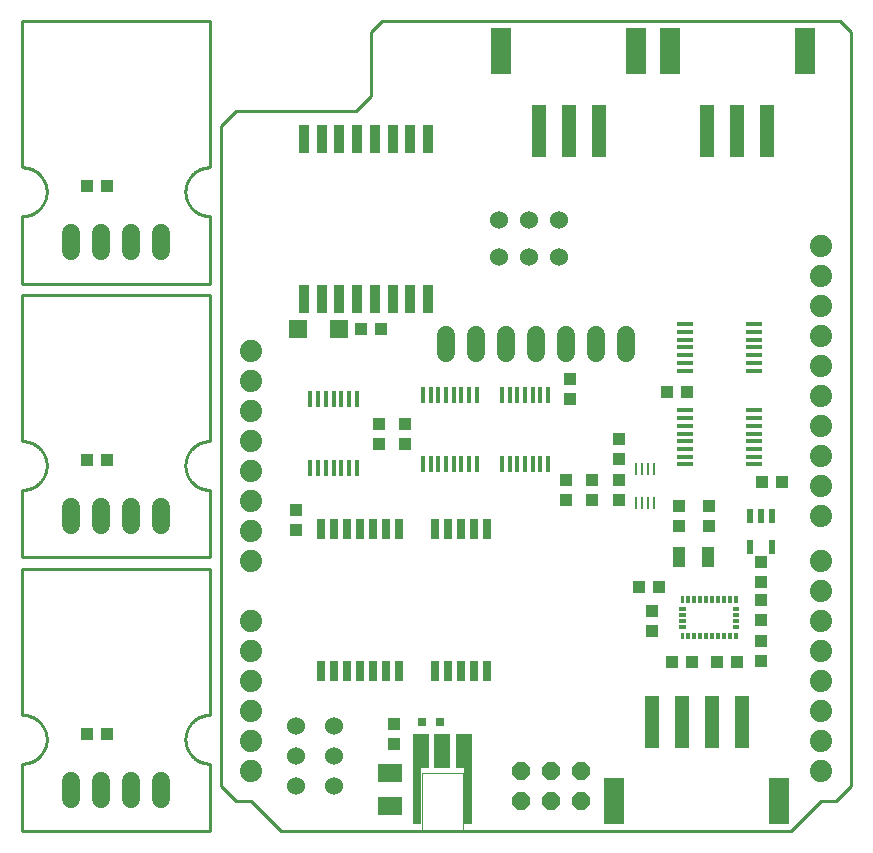
<source format=gts>
G75*
%MOIN*%
%OFA0B0*%
%FSLAX25Y25*%
%IPPOS*%
%LPD*%
%AMOC8*
5,1,8,0,0,1.08239X$1,22.5*
%
%ADD10C,0.01000*%
%ADD11R,0.03937X0.04331*%
%ADD12R,0.05906X0.05906*%
%ADD13R,0.04331X0.03937*%
%ADD14R,0.03937X0.07087*%
%ADD15C,0.00236*%
%ADD16OC8,0.06000*%
%ADD17C,0.06000*%
%ADD18R,0.02165X0.04724*%
%ADD19R,0.03150X0.07087*%
%ADD20R,0.07874X0.06299*%
%ADD21R,0.03150X0.03150*%
%ADD22C,0.07400*%
%ADD23R,0.05800X0.01400*%
%ADD24C,0.00000*%
%ADD25R,0.05512X0.11713*%
%ADD26R,0.05748X0.11713*%
%ADD27R,0.02992X0.18504*%
%ADD28R,0.03543X0.09449*%
%ADD29R,0.07087X0.15354*%
%ADD30R,0.05118X0.17717*%
%ADD31R,0.01000X0.04200*%
%ADD32R,0.01400X0.05800*%
%ADD33C,0.06000*%
D10*
X0001500Y0005344D02*
X0001500Y0027844D01*
X0001698Y0027846D01*
X0001896Y0027854D01*
X0002093Y0027866D01*
X0002290Y0027883D01*
X0002487Y0027904D01*
X0002683Y0027931D01*
X0002878Y0027962D01*
X0003073Y0027998D01*
X0003267Y0028038D01*
X0003459Y0028084D01*
X0003651Y0028134D01*
X0003841Y0028188D01*
X0004030Y0028248D01*
X0004217Y0028312D01*
X0004403Y0028380D01*
X0004586Y0028453D01*
X0004769Y0028530D01*
X0004949Y0028612D01*
X0005127Y0028698D01*
X0005303Y0028789D01*
X0005477Y0028884D01*
X0005648Y0028983D01*
X0005817Y0029086D01*
X0005983Y0029193D01*
X0006147Y0029304D01*
X0006308Y0029419D01*
X0006466Y0029538D01*
X0006621Y0029661D01*
X0006773Y0029787D01*
X0006922Y0029918D01*
X0007068Y0030052D01*
X0007210Y0030189D01*
X0007349Y0030330D01*
X0007485Y0030474D01*
X0007617Y0030621D01*
X0007745Y0030772D01*
X0007870Y0030925D01*
X0007991Y0031082D01*
X0008108Y0031241D01*
X0008221Y0031404D01*
X0008330Y0031569D01*
X0008435Y0031736D01*
X0008536Y0031907D01*
X0008633Y0032079D01*
X0008726Y0032254D01*
X0008814Y0032431D01*
X0008898Y0032610D01*
X0008978Y0032791D01*
X0009053Y0032974D01*
X0009124Y0033159D01*
X0009190Y0033346D01*
X0009251Y0033534D01*
X0009308Y0033723D01*
X0009361Y0033914D01*
X0009409Y0034106D01*
X0009452Y0034299D01*
X0009490Y0034493D01*
X0009523Y0034688D01*
X0009552Y0034884D01*
X0009576Y0035080D01*
X0009596Y0035277D01*
X0009610Y0035475D01*
X0009620Y0035672D01*
X0009624Y0035870D01*
X0009624Y0036068D01*
X0009620Y0036266D01*
X0009610Y0036463D01*
X0009596Y0036661D01*
X0009576Y0036858D01*
X0009552Y0037054D01*
X0009523Y0037250D01*
X0009490Y0037445D01*
X0009452Y0037639D01*
X0009409Y0037832D01*
X0009361Y0038024D01*
X0009308Y0038215D01*
X0009251Y0038404D01*
X0009190Y0038592D01*
X0009124Y0038779D01*
X0009053Y0038964D01*
X0008978Y0039147D01*
X0008898Y0039328D01*
X0008814Y0039507D01*
X0008726Y0039684D01*
X0008633Y0039859D01*
X0008536Y0040032D01*
X0008435Y0040202D01*
X0008330Y0040369D01*
X0008221Y0040534D01*
X0008108Y0040697D01*
X0007991Y0040856D01*
X0007870Y0041013D01*
X0007745Y0041166D01*
X0007617Y0041317D01*
X0007485Y0041464D01*
X0007349Y0041608D01*
X0007210Y0041749D01*
X0007068Y0041886D01*
X0006922Y0042020D01*
X0006773Y0042151D01*
X0006621Y0042277D01*
X0006466Y0042400D01*
X0006308Y0042519D01*
X0006147Y0042634D01*
X0005983Y0042745D01*
X0005817Y0042852D01*
X0005648Y0042955D01*
X0005477Y0043054D01*
X0005303Y0043149D01*
X0005127Y0043240D01*
X0004949Y0043326D01*
X0004769Y0043408D01*
X0004586Y0043485D01*
X0004403Y0043558D01*
X0004217Y0043626D01*
X0004030Y0043690D01*
X0003841Y0043750D01*
X0003651Y0043804D01*
X0003459Y0043854D01*
X0003267Y0043900D01*
X0003073Y0043940D01*
X0002878Y0043976D01*
X0002683Y0044007D01*
X0002487Y0044034D01*
X0002290Y0044055D01*
X0002093Y0044072D01*
X0001896Y0044084D01*
X0001698Y0044092D01*
X0001500Y0044094D01*
X0001500Y0092844D01*
X0064000Y0092844D01*
X0064000Y0044094D01*
X0063802Y0044092D01*
X0063604Y0044084D01*
X0063407Y0044072D01*
X0063210Y0044055D01*
X0063013Y0044034D01*
X0062817Y0044007D01*
X0062622Y0043976D01*
X0062427Y0043940D01*
X0062233Y0043900D01*
X0062041Y0043854D01*
X0061849Y0043804D01*
X0061659Y0043750D01*
X0061470Y0043690D01*
X0061283Y0043626D01*
X0061097Y0043558D01*
X0060914Y0043485D01*
X0060731Y0043408D01*
X0060551Y0043326D01*
X0060373Y0043240D01*
X0060197Y0043149D01*
X0060023Y0043054D01*
X0059852Y0042955D01*
X0059683Y0042852D01*
X0059517Y0042745D01*
X0059353Y0042634D01*
X0059192Y0042519D01*
X0059034Y0042400D01*
X0058879Y0042277D01*
X0058727Y0042151D01*
X0058578Y0042020D01*
X0058432Y0041886D01*
X0058290Y0041749D01*
X0058151Y0041608D01*
X0058015Y0041464D01*
X0057883Y0041317D01*
X0057755Y0041166D01*
X0057630Y0041013D01*
X0057509Y0040856D01*
X0057392Y0040697D01*
X0057279Y0040534D01*
X0057170Y0040369D01*
X0057065Y0040202D01*
X0056964Y0040031D01*
X0056867Y0039859D01*
X0056774Y0039684D01*
X0056686Y0039507D01*
X0056602Y0039328D01*
X0056522Y0039147D01*
X0056447Y0038964D01*
X0056376Y0038779D01*
X0056310Y0038592D01*
X0056249Y0038404D01*
X0056192Y0038215D01*
X0056139Y0038024D01*
X0056091Y0037832D01*
X0056048Y0037639D01*
X0056010Y0037445D01*
X0055977Y0037250D01*
X0055948Y0037054D01*
X0055924Y0036858D01*
X0055904Y0036661D01*
X0055890Y0036463D01*
X0055880Y0036266D01*
X0055876Y0036068D01*
X0055876Y0035870D01*
X0055880Y0035672D01*
X0055890Y0035475D01*
X0055904Y0035277D01*
X0055924Y0035080D01*
X0055948Y0034884D01*
X0055977Y0034688D01*
X0056010Y0034493D01*
X0056048Y0034299D01*
X0056091Y0034106D01*
X0056139Y0033914D01*
X0056192Y0033723D01*
X0056249Y0033534D01*
X0056310Y0033346D01*
X0056376Y0033159D01*
X0056447Y0032974D01*
X0056522Y0032791D01*
X0056602Y0032610D01*
X0056686Y0032431D01*
X0056774Y0032254D01*
X0056867Y0032079D01*
X0056964Y0031906D01*
X0057065Y0031736D01*
X0057170Y0031569D01*
X0057279Y0031404D01*
X0057392Y0031241D01*
X0057509Y0031082D01*
X0057630Y0030925D01*
X0057755Y0030772D01*
X0057883Y0030621D01*
X0058015Y0030474D01*
X0058151Y0030330D01*
X0058290Y0030189D01*
X0058432Y0030052D01*
X0058578Y0029918D01*
X0058727Y0029787D01*
X0058879Y0029661D01*
X0059034Y0029538D01*
X0059192Y0029419D01*
X0059353Y0029304D01*
X0059517Y0029193D01*
X0059683Y0029086D01*
X0059852Y0028983D01*
X0060023Y0028884D01*
X0060197Y0028789D01*
X0060373Y0028698D01*
X0060551Y0028612D01*
X0060731Y0028530D01*
X0060914Y0028453D01*
X0061097Y0028380D01*
X0061283Y0028312D01*
X0061470Y0028248D01*
X0061659Y0028188D01*
X0061849Y0028134D01*
X0062041Y0028084D01*
X0062233Y0028038D01*
X0062427Y0027998D01*
X0062622Y0027962D01*
X0062817Y0027931D01*
X0063013Y0027904D01*
X0063210Y0027883D01*
X0063407Y0027866D01*
X0063604Y0027854D01*
X0063802Y0027846D01*
X0064000Y0027844D01*
X0064000Y0005344D01*
X0001500Y0005344D01*
X0067750Y0020344D02*
X0072750Y0015344D01*
X0077750Y0015344D01*
X0087750Y0005344D01*
X0257750Y0005344D01*
X0267750Y0015344D01*
X0272750Y0015344D01*
X0277750Y0020344D01*
X0277750Y0271594D01*
X0274000Y0275344D01*
X0121500Y0275344D01*
X0117750Y0271594D01*
X0117750Y0250344D01*
X0112750Y0245344D01*
X0072750Y0245344D01*
X0067750Y0240344D01*
X0067750Y0020344D01*
X0064000Y0096594D02*
X0001500Y0096594D01*
X0001500Y0119094D01*
X0001698Y0119096D01*
X0001896Y0119104D01*
X0002093Y0119116D01*
X0002290Y0119133D01*
X0002487Y0119154D01*
X0002683Y0119181D01*
X0002878Y0119212D01*
X0003073Y0119248D01*
X0003267Y0119288D01*
X0003459Y0119334D01*
X0003651Y0119384D01*
X0003841Y0119438D01*
X0004030Y0119498D01*
X0004217Y0119562D01*
X0004403Y0119630D01*
X0004586Y0119703D01*
X0004769Y0119780D01*
X0004949Y0119862D01*
X0005127Y0119948D01*
X0005303Y0120039D01*
X0005477Y0120134D01*
X0005648Y0120233D01*
X0005817Y0120336D01*
X0005983Y0120443D01*
X0006147Y0120554D01*
X0006308Y0120669D01*
X0006466Y0120788D01*
X0006621Y0120911D01*
X0006773Y0121037D01*
X0006922Y0121168D01*
X0007068Y0121302D01*
X0007210Y0121439D01*
X0007349Y0121580D01*
X0007485Y0121724D01*
X0007617Y0121871D01*
X0007745Y0122022D01*
X0007870Y0122175D01*
X0007991Y0122332D01*
X0008108Y0122491D01*
X0008221Y0122654D01*
X0008330Y0122819D01*
X0008435Y0122986D01*
X0008536Y0123157D01*
X0008633Y0123329D01*
X0008726Y0123504D01*
X0008814Y0123681D01*
X0008898Y0123860D01*
X0008978Y0124041D01*
X0009053Y0124224D01*
X0009124Y0124409D01*
X0009190Y0124596D01*
X0009251Y0124784D01*
X0009308Y0124973D01*
X0009361Y0125164D01*
X0009409Y0125356D01*
X0009452Y0125549D01*
X0009490Y0125743D01*
X0009523Y0125938D01*
X0009552Y0126134D01*
X0009576Y0126330D01*
X0009596Y0126527D01*
X0009610Y0126725D01*
X0009620Y0126922D01*
X0009624Y0127120D01*
X0009624Y0127318D01*
X0009620Y0127516D01*
X0009610Y0127713D01*
X0009596Y0127911D01*
X0009576Y0128108D01*
X0009552Y0128304D01*
X0009523Y0128500D01*
X0009490Y0128695D01*
X0009452Y0128889D01*
X0009409Y0129082D01*
X0009361Y0129274D01*
X0009308Y0129465D01*
X0009251Y0129654D01*
X0009190Y0129842D01*
X0009124Y0130029D01*
X0009053Y0130214D01*
X0008978Y0130397D01*
X0008898Y0130578D01*
X0008814Y0130757D01*
X0008726Y0130934D01*
X0008633Y0131109D01*
X0008536Y0131282D01*
X0008435Y0131452D01*
X0008330Y0131619D01*
X0008221Y0131784D01*
X0008108Y0131947D01*
X0007991Y0132106D01*
X0007870Y0132263D01*
X0007745Y0132416D01*
X0007617Y0132567D01*
X0007485Y0132714D01*
X0007349Y0132858D01*
X0007210Y0132999D01*
X0007068Y0133136D01*
X0006922Y0133270D01*
X0006773Y0133401D01*
X0006621Y0133527D01*
X0006466Y0133650D01*
X0006308Y0133769D01*
X0006147Y0133884D01*
X0005983Y0133995D01*
X0005817Y0134102D01*
X0005648Y0134205D01*
X0005477Y0134304D01*
X0005303Y0134399D01*
X0005127Y0134490D01*
X0004949Y0134576D01*
X0004769Y0134658D01*
X0004586Y0134735D01*
X0004403Y0134808D01*
X0004217Y0134876D01*
X0004030Y0134940D01*
X0003841Y0135000D01*
X0003651Y0135054D01*
X0003459Y0135104D01*
X0003267Y0135150D01*
X0003073Y0135190D01*
X0002878Y0135226D01*
X0002683Y0135257D01*
X0002487Y0135284D01*
X0002290Y0135305D01*
X0002093Y0135322D01*
X0001896Y0135334D01*
X0001698Y0135342D01*
X0001500Y0135344D01*
X0001500Y0184094D01*
X0064000Y0184094D01*
X0064000Y0135344D01*
X0063802Y0135342D01*
X0063604Y0135334D01*
X0063407Y0135322D01*
X0063210Y0135305D01*
X0063013Y0135284D01*
X0062817Y0135257D01*
X0062622Y0135226D01*
X0062427Y0135190D01*
X0062233Y0135150D01*
X0062041Y0135104D01*
X0061849Y0135054D01*
X0061659Y0135000D01*
X0061470Y0134940D01*
X0061283Y0134876D01*
X0061097Y0134808D01*
X0060914Y0134735D01*
X0060731Y0134658D01*
X0060551Y0134576D01*
X0060373Y0134490D01*
X0060197Y0134399D01*
X0060023Y0134304D01*
X0059852Y0134205D01*
X0059683Y0134102D01*
X0059517Y0133995D01*
X0059353Y0133884D01*
X0059192Y0133769D01*
X0059034Y0133650D01*
X0058879Y0133527D01*
X0058727Y0133401D01*
X0058578Y0133270D01*
X0058432Y0133136D01*
X0058290Y0132999D01*
X0058151Y0132858D01*
X0058015Y0132714D01*
X0057883Y0132567D01*
X0057755Y0132416D01*
X0057630Y0132263D01*
X0057509Y0132106D01*
X0057392Y0131947D01*
X0057279Y0131784D01*
X0057170Y0131619D01*
X0057065Y0131452D01*
X0056964Y0131282D01*
X0056867Y0131109D01*
X0056774Y0130934D01*
X0056686Y0130757D01*
X0056602Y0130578D01*
X0056522Y0130397D01*
X0056447Y0130214D01*
X0056376Y0130029D01*
X0056310Y0129842D01*
X0056249Y0129654D01*
X0056192Y0129465D01*
X0056139Y0129274D01*
X0056091Y0129082D01*
X0056048Y0128889D01*
X0056010Y0128695D01*
X0055977Y0128500D01*
X0055948Y0128304D01*
X0055924Y0128108D01*
X0055904Y0127911D01*
X0055890Y0127713D01*
X0055880Y0127516D01*
X0055876Y0127318D01*
X0055876Y0127120D01*
X0055880Y0126922D01*
X0055890Y0126725D01*
X0055904Y0126527D01*
X0055924Y0126330D01*
X0055948Y0126134D01*
X0055977Y0125938D01*
X0056010Y0125743D01*
X0056048Y0125549D01*
X0056091Y0125356D01*
X0056139Y0125164D01*
X0056192Y0124973D01*
X0056249Y0124784D01*
X0056310Y0124596D01*
X0056376Y0124409D01*
X0056447Y0124224D01*
X0056522Y0124041D01*
X0056602Y0123860D01*
X0056686Y0123681D01*
X0056774Y0123504D01*
X0056867Y0123329D01*
X0056964Y0123156D01*
X0057065Y0122986D01*
X0057170Y0122819D01*
X0057279Y0122654D01*
X0057392Y0122491D01*
X0057509Y0122332D01*
X0057630Y0122175D01*
X0057755Y0122022D01*
X0057883Y0121871D01*
X0058015Y0121724D01*
X0058151Y0121580D01*
X0058290Y0121439D01*
X0058432Y0121302D01*
X0058578Y0121168D01*
X0058727Y0121037D01*
X0058879Y0120911D01*
X0059034Y0120788D01*
X0059192Y0120669D01*
X0059353Y0120554D01*
X0059517Y0120443D01*
X0059683Y0120336D01*
X0059852Y0120233D01*
X0060023Y0120134D01*
X0060197Y0120039D01*
X0060373Y0119948D01*
X0060551Y0119862D01*
X0060731Y0119780D01*
X0060914Y0119703D01*
X0061097Y0119630D01*
X0061283Y0119562D01*
X0061470Y0119498D01*
X0061659Y0119438D01*
X0061849Y0119384D01*
X0062041Y0119334D01*
X0062233Y0119288D01*
X0062427Y0119248D01*
X0062622Y0119212D01*
X0062817Y0119181D01*
X0063013Y0119154D01*
X0063210Y0119133D01*
X0063407Y0119116D01*
X0063604Y0119104D01*
X0063802Y0119096D01*
X0064000Y0119094D01*
X0064000Y0096594D01*
X0064000Y0187844D02*
X0001500Y0187844D01*
X0001500Y0210344D01*
X0001698Y0210346D01*
X0001896Y0210354D01*
X0002093Y0210366D01*
X0002290Y0210383D01*
X0002487Y0210404D01*
X0002683Y0210431D01*
X0002878Y0210462D01*
X0003073Y0210498D01*
X0003267Y0210538D01*
X0003459Y0210584D01*
X0003651Y0210634D01*
X0003841Y0210688D01*
X0004030Y0210748D01*
X0004217Y0210812D01*
X0004403Y0210880D01*
X0004586Y0210953D01*
X0004769Y0211030D01*
X0004949Y0211112D01*
X0005127Y0211198D01*
X0005303Y0211289D01*
X0005477Y0211384D01*
X0005648Y0211483D01*
X0005817Y0211586D01*
X0005983Y0211693D01*
X0006147Y0211804D01*
X0006308Y0211919D01*
X0006466Y0212038D01*
X0006621Y0212161D01*
X0006773Y0212287D01*
X0006922Y0212418D01*
X0007068Y0212552D01*
X0007210Y0212689D01*
X0007349Y0212830D01*
X0007485Y0212974D01*
X0007617Y0213121D01*
X0007745Y0213272D01*
X0007870Y0213425D01*
X0007991Y0213582D01*
X0008108Y0213741D01*
X0008221Y0213904D01*
X0008330Y0214069D01*
X0008435Y0214236D01*
X0008536Y0214407D01*
X0008633Y0214579D01*
X0008726Y0214754D01*
X0008814Y0214931D01*
X0008898Y0215110D01*
X0008978Y0215291D01*
X0009053Y0215474D01*
X0009124Y0215659D01*
X0009190Y0215846D01*
X0009251Y0216034D01*
X0009308Y0216223D01*
X0009361Y0216414D01*
X0009409Y0216606D01*
X0009452Y0216799D01*
X0009490Y0216993D01*
X0009523Y0217188D01*
X0009552Y0217384D01*
X0009576Y0217580D01*
X0009596Y0217777D01*
X0009610Y0217975D01*
X0009620Y0218172D01*
X0009624Y0218370D01*
X0009624Y0218568D01*
X0009620Y0218766D01*
X0009610Y0218963D01*
X0009596Y0219161D01*
X0009576Y0219358D01*
X0009552Y0219554D01*
X0009523Y0219750D01*
X0009490Y0219945D01*
X0009452Y0220139D01*
X0009409Y0220332D01*
X0009361Y0220524D01*
X0009308Y0220715D01*
X0009251Y0220904D01*
X0009190Y0221092D01*
X0009124Y0221279D01*
X0009053Y0221464D01*
X0008978Y0221647D01*
X0008898Y0221828D01*
X0008814Y0222007D01*
X0008726Y0222184D01*
X0008633Y0222359D01*
X0008536Y0222532D01*
X0008435Y0222702D01*
X0008330Y0222869D01*
X0008221Y0223034D01*
X0008108Y0223197D01*
X0007991Y0223356D01*
X0007870Y0223513D01*
X0007745Y0223666D01*
X0007617Y0223817D01*
X0007485Y0223964D01*
X0007349Y0224108D01*
X0007210Y0224249D01*
X0007068Y0224386D01*
X0006922Y0224520D01*
X0006773Y0224651D01*
X0006621Y0224777D01*
X0006466Y0224900D01*
X0006308Y0225019D01*
X0006147Y0225134D01*
X0005983Y0225245D01*
X0005817Y0225352D01*
X0005648Y0225455D01*
X0005477Y0225554D01*
X0005303Y0225649D01*
X0005127Y0225740D01*
X0004949Y0225826D01*
X0004769Y0225908D01*
X0004586Y0225985D01*
X0004403Y0226058D01*
X0004217Y0226126D01*
X0004030Y0226190D01*
X0003841Y0226250D01*
X0003651Y0226304D01*
X0003459Y0226354D01*
X0003267Y0226400D01*
X0003073Y0226440D01*
X0002878Y0226476D01*
X0002683Y0226507D01*
X0002487Y0226534D01*
X0002290Y0226555D01*
X0002093Y0226572D01*
X0001896Y0226584D01*
X0001698Y0226592D01*
X0001500Y0226594D01*
X0001500Y0275344D01*
X0064000Y0275344D01*
X0064000Y0226594D01*
X0063802Y0226592D01*
X0063604Y0226584D01*
X0063407Y0226572D01*
X0063210Y0226555D01*
X0063013Y0226534D01*
X0062817Y0226507D01*
X0062622Y0226476D01*
X0062427Y0226440D01*
X0062233Y0226400D01*
X0062041Y0226354D01*
X0061849Y0226304D01*
X0061659Y0226250D01*
X0061470Y0226190D01*
X0061283Y0226126D01*
X0061097Y0226058D01*
X0060914Y0225985D01*
X0060731Y0225908D01*
X0060551Y0225826D01*
X0060373Y0225740D01*
X0060197Y0225649D01*
X0060023Y0225554D01*
X0059852Y0225455D01*
X0059683Y0225352D01*
X0059517Y0225245D01*
X0059353Y0225134D01*
X0059192Y0225019D01*
X0059034Y0224900D01*
X0058879Y0224777D01*
X0058727Y0224651D01*
X0058578Y0224520D01*
X0058432Y0224386D01*
X0058290Y0224249D01*
X0058151Y0224108D01*
X0058015Y0223964D01*
X0057883Y0223817D01*
X0057755Y0223666D01*
X0057630Y0223513D01*
X0057509Y0223356D01*
X0057392Y0223197D01*
X0057279Y0223034D01*
X0057170Y0222869D01*
X0057065Y0222702D01*
X0056964Y0222532D01*
X0056867Y0222359D01*
X0056774Y0222184D01*
X0056686Y0222007D01*
X0056602Y0221828D01*
X0056522Y0221647D01*
X0056447Y0221464D01*
X0056376Y0221279D01*
X0056310Y0221092D01*
X0056249Y0220904D01*
X0056192Y0220715D01*
X0056139Y0220524D01*
X0056091Y0220332D01*
X0056048Y0220139D01*
X0056010Y0219945D01*
X0055977Y0219750D01*
X0055948Y0219554D01*
X0055924Y0219358D01*
X0055904Y0219161D01*
X0055890Y0218963D01*
X0055880Y0218766D01*
X0055876Y0218568D01*
X0055876Y0218370D01*
X0055880Y0218172D01*
X0055890Y0217975D01*
X0055904Y0217777D01*
X0055924Y0217580D01*
X0055948Y0217384D01*
X0055977Y0217188D01*
X0056010Y0216993D01*
X0056048Y0216799D01*
X0056091Y0216606D01*
X0056139Y0216414D01*
X0056192Y0216223D01*
X0056249Y0216034D01*
X0056310Y0215846D01*
X0056376Y0215659D01*
X0056447Y0215474D01*
X0056522Y0215291D01*
X0056602Y0215110D01*
X0056686Y0214931D01*
X0056774Y0214754D01*
X0056867Y0214579D01*
X0056964Y0214406D01*
X0057065Y0214236D01*
X0057170Y0214069D01*
X0057279Y0213904D01*
X0057392Y0213741D01*
X0057509Y0213582D01*
X0057630Y0213425D01*
X0057755Y0213272D01*
X0057883Y0213121D01*
X0058015Y0212974D01*
X0058151Y0212830D01*
X0058290Y0212689D01*
X0058432Y0212552D01*
X0058578Y0212418D01*
X0058727Y0212287D01*
X0058879Y0212161D01*
X0059034Y0212038D01*
X0059192Y0211919D01*
X0059353Y0211804D01*
X0059517Y0211693D01*
X0059683Y0211586D01*
X0059852Y0211483D01*
X0060023Y0211384D01*
X0060197Y0211289D01*
X0060373Y0211198D01*
X0060551Y0211112D01*
X0060731Y0211030D01*
X0060914Y0210953D01*
X0061097Y0210880D01*
X0061283Y0210812D01*
X0061470Y0210748D01*
X0061659Y0210688D01*
X0061849Y0210634D01*
X0062041Y0210584D01*
X0062233Y0210538D01*
X0062427Y0210498D01*
X0062622Y0210462D01*
X0062817Y0210431D01*
X0063013Y0210404D01*
X0063210Y0210383D01*
X0063407Y0210366D01*
X0063604Y0210354D01*
X0063802Y0210346D01*
X0064000Y0210344D01*
X0064000Y0187844D01*
D11*
X0114404Y0172844D03*
X0121096Y0172844D03*
X0120250Y0141191D03*
X0120250Y0134498D03*
X0129000Y0134498D03*
X0129000Y0141191D03*
X0092750Y0112441D03*
X0092750Y0105748D03*
X0125250Y0041191D03*
X0125250Y0034498D03*
X0220250Y0106998D03*
X0220250Y0113691D03*
X0230250Y0113691D03*
X0230250Y0106998D03*
X0200250Y0129498D03*
X0200250Y0136191D03*
X0184000Y0149498D03*
X0184000Y0156191D03*
X0233154Y0061594D03*
X0239846Y0061594D03*
D12*
X0107140Y0172844D03*
X0093360Y0172844D03*
D13*
X0029846Y0129094D03*
X0023154Y0129094D03*
X0023154Y0037844D03*
X0029846Y0037844D03*
X0182750Y0115748D03*
X0182750Y0122441D03*
X0191500Y0122441D03*
X0191500Y0115748D03*
X0200250Y0115748D03*
X0200250Y0122441D03*
X0216279Y0151594D03*
X0222971Y0151594D03*
X0248154Y0121594D03*
X0254846Y0121594D03*
X0247750Y0094941D03*
X0247750Y0088248D03*
X0247750Y0082441D03*
X0247750Y0075748D03*
X0247750Y0068691D03*
X0247750Y0061998D03*
X0224846Y0061594D03*
X0218154Y0061594D03*
X0211500Y0071998D03*
X0211500Y0078691D03*
X0213596Y0086594D03*
X0206904Y0086594D03*
X0029846Y0220344D03*
X0023154Y0220344D03*
D14*
X0220250Y0096594D03*
X0230093Y0096594D03*
D15*
X0229738Y0081870D02*
X0228794Y0081870D01*
X0228794Y0083602D01*
X0229738Y0083602D01*
X0229738Y0081870D01*
X0229738Y0082105D02*
X0228794Y0082105D01*
X0228794Y0082340D02*
X0229738Y0082340D01*
X0229738Y0082575D02*
X0228794Y0082575D01*
X0228794Y0082810D02*
X0229738Y0082810D01*
X0229738Y0083045D02*
X0228794Y0083045D01*
X0228794Y0083280D02*
X0229738Y0083280D01*
X0229738Y0083515D02*
X0228794Y0083515D01*
X0227769Y0081870D02*
X0226825Y0081870D01*
X0226825Y0083602D01*
X0227769Y0083602D01*
X0227769Y0081870D01*
X0227769Y0082105D02*
X0226825Y0082105D01*
X0226825Y0082340D02*
X0227769Y0082340D01*
X0227769Y0082575D02*
X0226825Y0082575D01*
X0226825Y0082810D02*
X0227769Y0082810D01*
X0227769Y0083045D02*
X0226825Y0083045D01*
X0226825Y0083280D02*
X0227769Y0083280D01*
X0227769Y0083515D02*
X0226825Y0083515D01*
X0225801Y0081870D02*
X0224857Y0081870D01*
X0224857Y0083602D01*
X0225801Y0083602D01*
X0225801Y0081870D01*
X0225801Y0082105D02*
X0224857Y0082105D01*
X0224857Y0082340D02*
X0225801Y0082340D01*
X0225801Y0082575D02*
X0224857Y0082575D01*
X0224857Y0082810D02*
X0225801Y0082810D01*
X0225801Y0083045D02*
X0224857Y0083045D01*
X0224857Y0083280D02*
X0225801Y0083280D01*
X0225801Y0083515D02*
X0224857Y0083515D01*
X0223832Y0081870D02*
X0222888Y0081870D01*
X0222888Y0083602D01*
X0223832Y0083602D01*
X0223832Y0081870D01*
X0223832Y0082105D02*
X0222888Y0082105D01*
X0222888Y0082340D02*
X0223832Y0082340D01*
X0223832Y0082575D02*
X0222888Y0082575D01*
X0222888Y0082810D02*
X0223832Y0082810D01*
X0223832Y0083045D02*
X0222888Y0083045D01*
X0222888Y0083280D02*
X0223832Y0083280D01*
X0223832Y0083515D02*
X0222888Y0083515D01*
X0221864Y0081870D02*
X0220920Y0081870D01*
X0220920Y0083602D01*
X0221864Y0083602D01*
X0221864Y0081870D01*
X0221864Y0082105D02*
X0220920Y0082105D01*
X0220920Y0082340D02*
X0221864Y0082340D01*
X0221864Y0082575D02*
X0220920Y0082575D01*
X0220920Y0082810D02*
X0221864Y0082810D01*
X0221864Y0083045D02*
X0220920Y0083045D01*
X0220920Y0083280D02*
X0221864Y0083280D01*
X0221864Y0083515D02*
X0220920Y0083515D01*
X0222258Y0080019D02*
X0222258Y0079075D01*
X0220526Y0079075D01*
X0220526Y0080019D01*
X0222258Y0080019D01*
X0222258Y0079310D02*
X0220526Y0079310D01*
X0220526Y0079545D02*
X0222258Y0079545D01*
X0222258Y0079780D02*
X0220526Y0079780D01*
X0220526Y0080015D02*
X0222258Y0080015D01*
X0222258Y0078051D02*
X0222258Y0077107D01*
X0220526Y0077107D01*
X0220526Y0078051D01*
X0222258Y0078051D01*
X0222258Y0077342D02*
X0220526Y0077342D01*
X0220526Y0077577D02*
X0222258Y0077577D01*
X0222258Y0077812D02*
X0220526Y0077812D01*
X0220526Y0078047D02*
X0222258Y0078047D01*
X0222258Y0076082D02*
X0222258Y0075138D01*
X0220526Y0075138D01*
X0220526Y0076082D01*
X0222258Y0076082D01*
X0222258Y0075373D02*
X0220526Y0075373D01*
X0220526Y0075608D02*
X0222258Y0075608D01*
X0222258Y0075843D02*
X0220526Y0075843D01*
X0220526Y0076078D02*
X0222258Y0076078D01*
X0222258Y0074114D02*
X0222258Y0073170D01*
X0220526Y0073170D01*
X0220526Y0074114D01*
X0222258Y0074114D01*
X0222258Y0073405D02*
X0220526Y0073405D01*
X0220526Y0073640D02*
X0222258Y0073640D01*
X0222258Y0073875D02*
X0220526Y0073875D01*
X0220526Y0074110D02*
X0222258Y0074110D01*
X0221864Y0069587D02*
X0220920Y0069587D01*
X0220920Y0071319D01*
X0221864Y0071319D01*
X0221864Y0069587D01*
X0221864Y0069822D02*
X0220920Y0069822D01*
X0220920Y0070057D02*
X0221864Y0070057D01*
X0221864Y0070292D02*
X0220920Y0070292D01*
X0220920Y0070527D02*
X0221864Y0070527D01*
X0221864Y0070762D02*
X0220920Y0070762D01*
X0220920Y0070997D02*
X0221864Y0070997D01*
X0221864Y0071232D02*
X0220920Y0071232D01*
X0222888Y0069587D02*
X0223832Y0069587D01*
X0222888Y0069587D02*
X0222888Y0071319D01*
X0223832Y0071319D01*
X0223832Y0069587D01*
X0223832Y0069822D02*
X0222888Y0069822D01*
X0222888Y0070057D02*
X0223832Y0070057D01*
X0223832Y0070292D02*
X0222888Y0070292D01*
X0222888Y0070527D02*
X0223832Y0070527D01*
X0223832Y0070762D02*
X0222888Y0070762D01*
X0222888Y0070997D02*
X0223832Y0070997D01*
X0223832Y0071232D02*
X0222888Y0071232D01*
X0224857Y0069587D02*
X0225801Y0069587D01*
X0224857Y0069587D02*
X0224857Y0071319D01*
X0225801Y0071319D01*
X0225801Y0069587D01*
X0225801Y0069822D02*
X0224857Y0069822D01*
X0224857Y0070057D02*
X0225801Y0070057D01*
X0225801Y0070292D02*
X0224857Y0070292D01*
X0224857Y0070527D02*
X0225801Y0070527D01*
X0225801Y0070762D02*
X0224857Y0070762D01*
X0224857Y0070997D02*
X0225801Y0070997D01*
X0225801Y0071232D02*
X0224857Y0071232D01*
X0226825Y0069587D02*
X0227769Y0069587D01*
X0226825Y0069587D02*
X0226825Y0071319D01*
X0227769Y0071319D01*
X0227769Y0069587D01*
X0227769Y0069822D02*
X0226825Y0069822D01*
X0226825Y0070057D02*
X0227769Y0070057D01*
X0227769Y0070292D02*
X0226825Y0070292D01*
X0226825Y0070527D02*
X0227769Y0070527D01*
X0227769Y0070762D02*
X0226825Y0070762D01*
X0226825Y0070997D02*
X0227769Y0070997D01*
X0227769Y0071232D02*
X0226825Y0071232D01*
X0228794Y0069587D02*
X0229738Y0069587D01*
X0228794Y0069587D02*
X0228794Y0071319D01*
X0229738Y0071319D01*
X0229738Y0069587D01*
X0229738Y0069822D02*
X0228794Y0069822D01*
X0228794Y0070057D02*
X0229738Y0070057D01*
X0229738Y0070292D02*
X0228794Y0070292D01*
X0228794Y0070527D02*
X0229738Y0070527D01*
X0229738Y0070762D02*
X0228794Y0070762D01*
X0228794Y0070997D02*
X0229738Y0070997D01*
X0229738Y0071232D02*
X0228794Y0071232D01*
X0230762Y0069587D02*
X0231706Y0069587D01*
X0230762Y0069587D02*
X0230762Y0071319D01*
X0231706Y0071319D01*
X0231706Y0069587D01*
X0231706Y0069822D02*
X0230762Y0069822D01*
X0230762Y0070057D02*
X0231706Y0070057D01*
X0231706Y0070292D02*
X0230762Y0070292D01*
X0230762Y0070527D02*
X0231706Y0070527D01*
X0231706Y0070762D02*
X0230762Y0070762D01*
X0230762Y0070997D02*
X0231706Y0070997D01*
X0231706Y0071232D02*
X0230762Y0071232D01*
X0232731Y0069587D02*
X0233675Y0069587D01*
X0232731Y0069587D02*
X0232731Y0071319D01*
X0233675Y0071319D01*
X0233675Y0069587D01*
X0233675Y0069822D02*
X0232731Y0069822D01*
X0232731Y0070057D02*
X0233675Y0070057D01*
X0233675Y0070292D02*
X0232731Y0070292D01*
X0232731Y0070527D02*
X0233675Y0070527D01*
X0233675Y0070762D02*
X0232731Y0070762D01*
X0232731Y0070997D02*
X0233675Y0070997D01*
X0233675Y0071232D02*
X0232731Y0071232D01*
X0234699Y0069587D02*
X0235643Y0069587D01*
X0234699Y0069587D02*
X0234699Y0071319D01*
X0235643Y0071319D01*
X0235643Y0069587D01*
X0235643Y0069822D02*
X0234699Y0069822D01*
X0234699Y0070057D02*
X0235643Y0070057D01*
X0235643Y0070292D02*
X0234699Y0070292D01*
X0234699Y0070527D02*
X0235643Y0070527D01*
X0235643Y0070762D02*
X0234699Y0070762D01*
X0234699Y0070997D02*
X0235643Y0070997D01*
X0235643Y0071232D02*
X0234699Y0071232D01*
X0236668Y0069587D02*
X0237612Y0069587D01*
X0236668Y0069587D02*
X0236668Y0071319D01*
X0237612Y0071319D01*
X0237612Y0069587D01*
X0237612Y0069822D02*
X0236668Y0069822D01*
X0236668Y0070057D02*
X0237612Y0070057D01*
X0237612Y0070292D02*
X0236668Y0070292D01*
X0236668Y0070527D02*
X0237612Y0070527D01*
X0237612Y0070762D02*
X0236668Y0070762D01*
X0236668Y0070997D02*
X0237612Y0070997D01*
X0237612Y0071232D02*
X0236668Y0071232D01*
X0238636Y0069587D02*
X0239580Y0069587D01*
X0238636Y0069587D02*
X0238636Y0071319D01*
X0239580Y0071319D01*
X0239580Y0069587D01*
X0239580Y0069822D02*
X0238636Y0069822D01*
X0238636Y0070057D02*
X0239580Y0070057D01*
X0239580Y0070292D02*
X0238636Y0070292D01*
X0238636Y0070527D02*
X0239580Y0070527D01*
X0239580Y0070762D02*
X0238636Y0070762D01*
X0238636Y0070997D02*
X0239580Y0070997D01*
X0239580Y0071232D02*
X0238636Y0071232D01*
X0239974Y0073170D02*
X0239974Y0074114D01*
X0239974Y0073170D02*
X0238242Y0073170D01*
X0238242Y0074114D01*
X0239974Y0074114D01*
X0239974Y0073405D02*
X0238242Y0073405D01*
X0238242Y0073640D02*
X0239974Y0073640D01*
X0239974Y0073875D02*
X0238242Y0073875D01*
X0238242Y0074110D02*
X0239974Y0074110D01*
X0239974Y0075138D02*
X0239974Y0076082D01*
X0239974Y0075138D02*
X0238242Y0075138D01*
X0238242Y0076082D01*
X0239974Y0076082D01*
X0239974Y0075373D02*
X0238242Y0075373D01*
X0238242Y0075608D02*
X0239974Y0075608D01*
X0239974Y0075843D02*
X0238242Y0075843D01*
X0238242Y0076078D02*
X0239974Y0076078D01*
X0239974Y0077107D02*
X0239974Y0078051D01*
X0239974Y0077107D02*
X0238242Y0077107D01*
X0238242Y0078051D01*
X0239974Y0078051D01*
X0239974Y0077342D02*
X0238242Y0077342D01*
X0238242Y0077577D02*
X0239974Y0077577D01*
X0239974Y0077812D02*
X0238242Y0077812D01*
X0238242Y0078047D02*
X0239974Y0078047D01*
X0239974Y0079075D02*
X0239974Y0080019D01*
X0239974Y0079075D02*
X0238242Y0079075D01*
X0238242Y0080019D01*
X0239974Y0080019D01*
X0239974Y0079310D02*
X0238242Y0079310D01*
X0238242Y0079545D02*
X0239974Y0079545D01*
X0239974Y0079780D02*
X0238242Y0079780D01*
X0238242Y0080015D02*
X0239974Y0080015D01*
X0239580Y0081870D02*
X0238636Y0081870D01*
X0238636Y0083602D01*
X0239580Y0083602D01*
X0239580Y0081870D01*
X0239580Y0082105D02*
X0238636Y0082105D01*
X0238636Y0082340D02*
X0239580Y0082340D01*
X0239580Y0082575D02*
X0238636Y0082575D01*
X0238636Y0082810D02*
X0239580Y0082810D01*
X0239580Y0083045D02*
X0238636Y0083045D01*
X0238636Y0083280D02*
X0239580Y0083280D01*
X0239580Y0083515D02*
X0238636Y0083515D01*
X0237612Y0081870D02*
X0236668Y0081870D01*
X0236668Y0083602D01*
X0237612Y0083602D01*
X0237612Y0081870D01*
X0237612Y0082105D02*
X0236668Y0082105D01*
X0236668Y0082340D02*
X0237612Y0082340D01*
X0237612Y0082575D02*
X0236668Y0082575D01*
X0236668Y0082810D02*
X0237612Y0082810D01*
X0237612Y0083045D02*
X0236668Y0083045D01*
X0236668Y0083280D02*
X0237612Y0083280D01*
X0237612Y0083515D02*
X0236668Y0083515D01*
X0235643Y0081870D02*
X0234699Y0081870D01*
X0234699Y0083602D01*
X0235643Y0083602D01*
X0235643Y0081870D01*
X0235643Y0082105D02*
X0234699Y0082105D01*
X0234699Y0082340D02*
X0235643Y0082340D01*
X0235643Y0082575D02*
X0234699Y0082575D01*
X0234699Y0082810D02*
X0235643Y0082810D01*
X0235643Y0083045D02*
X0234699Y0083045D01*
X0234699Y0083280D02*
X0235643Y0083280D01*
X0235643Y0083515D02*
X0234699Y0083515D01*
X0233675Y0081870D02*
X0232731Y0081870D01*
X0232731Y0083602D01*
X0233675Y0083602D01*
X0233675Y0081870D01*
X0233675Y0082105D02*
X0232731Y0082105D01*
X0232731Y0082340D02*
X0233675Y0082340D01*
X0233675Y0082575D02*
X0232731Y0082575D01*
X0232731Y0082810D02*
X0233675Y0082810D01*
X0233675Y0083045D02*
X0232731Y0083045D01*
X0232731Y0083280D02*
X0233675Y0083280D01*
X0233675Y0083515D02*
X0232731Y0083515D01*
X0231706Y0081870D02*
X0230762Y0081870D01*
X0230762Y0083602D01*
X0231706Y0083602D01*
X0231706Y0081870D01*
X0231706Y0082105D02*
X0230762Y0082105D01*
X0230762Y0082340D02*
X0231706Y0082340D01*
X0231706Y0082575D02*
X0230762Y0082575D01*
X0230762Y0082810D02*
X0231706Y0082810D01*
X0231706Y0083045D02*
X0230762Y0083045D01*
X0230762Y0083280D02*
X0231706Y0083280D01*
X0231706Y0083515D02*
X0230762Y0083515D01*
D16*
X0187750Y0025344D03*
X0187750Y0015344D03*
X0177750Y0015344D03*
X0167750Y0015344D03*
X0167750Y0025344D03*
X0177750Y0025344D03*
D17*
X0047750Y0022094D02*
X0047750Y0016094D01*
X0037750Y0016094D02*
X0037750Y0022094D01*
X0027750Y0022094D02*
X0027750Y0016094D01*
X0017750Y0016094D02*
X0017750Y0022094D01*
X0017750Y0107344D02*
X0017750Y0113344D01*
X0027750Y0113344D02*
X0027750Y0107344D01*
X0037750Y0107344D02*
X0037750Y0113344D01*
X0047750Y0113344D02*
X0047750Y0107344D01*
X0047750Y0198594D02*
X0047750Y0204594D01*
X0037750Y0204594D02*
X0037750Y0198594D01*
X0027750Y0198594D02*
X0027750Y0204594D01*
X0017750Y0204594D02*
X0017750Y0198594D01*
X0142750Y0170844D02*
X0142750Y0164844D01*
X0152750Y0164844D02*
X0152750Y0170844D01*
X0162750Y0170844D02*
X0162750Y0164844D01*
X0172750Y0164844D02*
X0172750Y0170844D01*
X0182750Y0170844D02*
X0182750Y0164844D01*
X0192750Y0164844D02*
X0192750Y0170844D01*
X0202750Y0170844D02*
X0202750Y0164844D01*
D18*
X0244010Y0110463D03*
X0247750Y0110463D03*
X0251490Y0110463D03*
X0251490Y0100226D03*
X0244010Y0100226D03*
D19*
X0156234Y0106142D03*
X0151904Y0106142D03*
X0147573Y0106142D03*
X0143242Y0106142D03*
X0138911Y0106142D03*
X0127100Y0106142D03*
X0122770Y0106142D03*
X0118439Y0106142D03*
X0114108Y0106142D03*
X0109778Y0106142D03*
X0105447Y0106142D03*
X0101116Y0106142D03*
X0101116Y0058898D03*
X0105447Y0058898D03*
X0109778Y0058898D03*
X0114108Y0058898D03*
X0118439Y0058898D03*
X0122770Y0058898D03*
X0127100Y0058898D03*
X0138911Y0058898D03*
X0143242Y0058898D03*
X0147573Y0058898D03*
X0151904Y0058898D03*
X0156234Y0058898D03*
D20*
X0124000Y0024606D03*
X0124000Y0013583D03*
D21*
X0134750Y0041594D03*
X0140750Y0041594D03*
D22*
X0077750Y0045344D03*
X0077750Y0055344D03*
X0077750Y0065344D03*
X0077750Y0075344D03*
X0077750Y0095344D03*
X0077750Y0105344D03*
X0077750Y0115344D03*
X0077750Y0125344D03*
X0077750Y0135344D03*
X0077750Y0145344D03*
X0077750Y0155344D03*
X0077750Y0165344D03*
X0077750Y0035344D03*
X0077750Y0025344D03*
X0267750Y0025344D03*
X0267750Y0035344D03*
X0267750Y0045344D03*
X0267750Y0055344D03*
X0267750Y0065344D03*
X0267750Y0075344D03*
X0267750Y0085344D03*
X0267750Y0095344D03*
X0267750Y0110344D03*
X0267750Y0120344D03*
X0267750Y0130344D03*
X0267750Y0140344D03*
X0267750Y0150344D03*
X0267750Y0160344D03*
X0267750Y0170344D03*
X0267750Y0180344D03*
X0267750Y0190344D03*
X0267750Y0200344D03*
D23*
X0245500Y0174294D03*
X0245500Y0171694D03*
X0245500Y0169194D03*
X0245500Y0166594D03*
X0245500Y0163994D03*
X0245500Y0161494D03*
X0245500Y0158894D03*
X0245500Y0145594D03*
X0245500Y0142994D03*
X0245500Y0140394D03*
X0245500Y0137894D03*
X0245500Y0135294D03*
X0245500Y0132794D03*
X0245500Y0130194D03*
X0245500Y0127594D03*
X0222500Y0127594D03*
X0222500Y0130194D03*
X0222500Y0132794D03*
X0222500Y0135294D03*
X0222500Y0137894D03*
X0222500Y0140394D03*
X0222500Y0142994D03*
X0222500Y0145594D03*
X0222500Y0158894D03*
X0222500Y0161494D03*
X0222500Y0163994D03*
X0222500Y0166594D03*
X0222500Y0169194D03*
X0222500Y0171694D03*
X0222500Y0174294D03*
D24*
X0148242Y0024724D02*
X0134758Y0024724D01*
X0134758Y0005477D01*
X0148242Y0005477D02*
X0148242Y0024724D01*
D25*
X0141500Y0032057D03*
D26*
X0134364Y0032008D03*
X0148636Y0031959D03*
D27*
X0150014Y0017096D03*
X0132986Y0017096D03*
D28*
X0130811Y0182785D03*
X0124906Y0182785D03*
X0119000Y0182785D03*
X0113094Y0182785D03*
X0107189Y0182785D03*
X0101283Y0182785D03*
X0095378Y0182785D03*
X0136717Y0182785D03*
X0136717Y0235935D03*
X0130811Y0235935D03*
X0124906Y0235935D03*
X0119000Y0235935D03*
X0113094Y0235935D03*
X0107189Y0235935D03*
X0101283Y0235935D03*
X0095378Y0235935D03*
D29*
X0161125Y0265344D03*
X0206125Y0265344D03*
X0217375Y0265344D03*
X0262375Y0265344D03*
X0253750Y0015344D03*
X0198750Y0015344D03*
D30*
X0211250Y0041844D03*
X0221250Y0041844D03*
X0231250Y0041844D03*
X0241250Y0041844D03*
X0239875Y0238844D03*
X0229875Y0238844D03*
X0249875Y0238844D03*
X0193625Y0238844D03*
X0183625Y0238844D03*
X0173625Y0238844D03*
D31*
X0206000Y0125944D03*
X0208000Y0125944D03*
X0210000Y0125944D03*
X0212000Y0125944D03*
X0212000Y0114744D03*
X0210000Y0114744D03*
X0208000Y0114744D03*
X0206000Y0114744D03*
D32*
X0176700Y0127594D03*
X0174100Y0127594D03*
X0171600Y0127594D03*
X0169000Y0127594D03*
X0166400Y0127594D03*
X0163900Y0127594D03*
X0161300Y0127594D03*
X0153000Y0127594D03*
X0150400Y0127594D03*
X0147800Y0127594D03*
X0145300Y0127594D03*
X0142700Y0127594D03*
X0140200Y0127594D03*
X0137600Y0127594D03*
X0135000Y0127594D03*
X0112950Y0126344D03*
X0110350Y0126344D03*
X0107850Y0126344D03*
X0105250Y0126344D03*
X0102650Y0126344D03*
X0100150Y0126344D03*
X0097550Y0126344D03*
X0097550Y0149344D03*
X0100150Y0149344D03*
X0102650Y0149344D03*
X0105250Y0149344D03*
X0107850Y0149344D03*
X0110350Y0149344D03*
X0112950Y0149344D03*
X0135000Y0150594D03*
X0137600Y0150594D03*
X0140200Y0150594D03*
X0142700Y0150594D03*
X0145300Y0150594D03*
X0147800Y0150594D03*
X0150400Y0150594D03*
X0153000Y0150594D03*
X0161300Y0150594D03*
X0163900Y0150594D03*
X0166400Y0150594D03*
X0169000Y0150594D03*
X0171600Y0150594D03*
X0174100Y0150594D03*
X0176700Y0150594D03*
D33*
X0180250Y0196594D03*
X0170250Y0196594D03*
X0160250Y0196594D03*
X0160250Y0209094D03*
X0170250Y0209094D03*
X0180250Y0209094D03*
X0105250Y0040344D03*
X0105250Y0030344D03*
X0105250Y0020344D03*
X0092750Y0020344D03*
X0092750Y0030344D03*
X0092750Y0040344D03*
M02*

</source>
